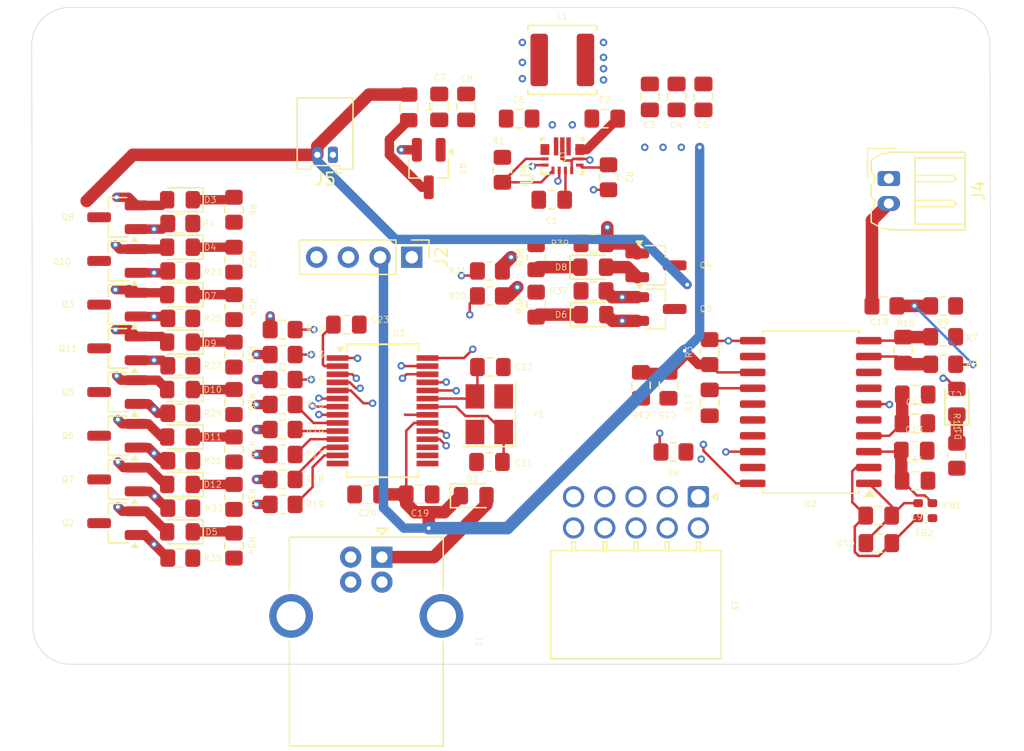
<source format=kicad_pcb>
(kicad_pcb
	(version 20241229)
	(generator "pcbnew")
	(generator_version "9.0")
	(general
		(thickness 1.6)
		(legacy_teardrops no)
	)
	(paper "A4")
	(layers
		(0 "F.Cu" signal)
		(4 "In1.Cu" signal)
		(6 "In2.Cu" signal)
		(2 "B.Cu" signal)
		(9 "F.Adhes" user "F.Adhesive")
		(11 "B.Adhes" user "B.Adhesive")
		(13 "F.Paste" user)
		(15 "B.Paste" user)
		(5 "F.SilkS" user "F.Silkscreen")
		(7 "B.SilkS" user "B.Silkscreen")
		(1 "F.Mask" user)
		(3 "B.Mask" user)
		(17 "Dwgs.User" user "User.Drawings")
		(19 "Cmts.User" user "User.Comments")
		(21 "Eco1.User" user "User.Eco1")
		(23 "Eco2.User" user "User.Eco2")
		(25 "Edge.Cuts" user)
		(27 "Margin" user)
		(31 "F.CrtYd" user "F.Courtyard")
		(29 "B.CrtYd" user "B.Courtyard")
		(35 "F.Fab" user)
		(33 "B.Fab" user)
		(39 "User.1" user)
		(41 "User.2" user)
		(43 "User.3" user)
		(45 "User.4" user)
	)
	(setup
		(stackup
			(layer "F.SilkS"
				(type "Top Silk Screen")
			)
			(layer "F.Paste"
				(type "Top Solder Paste")
			)
			(layer "F.Mask"
				(type "Top Solder Mask")
				(thickness 0.01)
			)
			(layer "F.Cu"
				(type "copper")
				(thickness 0.035)
			)
			(layer "dielectric 1"
				(type "prepreg")
				(thickness 0.1)
				(material "FR4")
				(epsilon_r 4.5)
				(loss_tangent 0.02)
			)
			(layer "In1.Cu"
				(type "copper")
				(thickness 0.035)
			)
			(layer "dielectric 2"
				(type "core")
				(thickness 1.24)
				(material "FR4")
				(epsilon_r 4.5)
				(loss_tangent 0.02)
			)
			(layer "In2.Cu"
				(type "copper")
				(thickness 0.035)
			)
			(layer "dielectric 3"
				(type "prepreg")
				(thickness 0.1)
				(material "FR4")
				(epsilon_r 4.5)
				(loss_tangent 0.02)
			)
			(layer "B.Cu"
				(type "copper")
				(thickness 0.035)
			)
			(layer "B.Mask"
				(type "Bottom Solder Mask")
				(thickness 0.01)
			)
			(layer "B.Paste"
				(type "Bottom Solder Paste")
			)
			(layer "B.SilkS"
				(type "Bottom Silk Screen")
			)
			(copper_finish "None")
			(dielectric_constraints no)
		)
		(pad_to_mask_clearance 0)
		(allow_soldermask_bridges_in_footprints no)
		(tenting front back)
		(pcbplotparams
			(layerselection 0x00000000_00000000_55555555_5755f5ff)
			(plot_on_all_layers_selection 0x00000000_00000000_00000000_00000000)
			(disableapertmacros no)
			(usegerberextensions no)
			(usegerberattributes yes)
			(usegerberadvancedattributes yes)
			(creategerberjobfile yes)
			(dashed_line_dash_ratio 12.000000)
			(dashed_line_gap_ratio 3.000000)
			(svgprecision 4)
			(plotframeref no)
			(mode 1)
			(useauxorigin no)
			(hpglpennumber 1)
			(hpglpenspeed 20)
			(hpglpendiameter 15.000000)
			(pdf_front_fp_property_popups yes)
			(pdf_back_fp_property_popups yes)
			(pdf_metadata yes)
			(pdf_single_document no)
			(dxfpolygonmode yes)
			(dxfimperialunits yes)
			(dxfusepcbnewfont yes)
			(psnegative no)
			(psa4output no)
			(plot_black_and_white yes)
			(sketchpadsonfab no)
			(plotpadnumbers no)
			(hidednponfab no)
			(sketchdnponfab yes)
			(crossoutdnponfab yes)
			(subtractmaskfromsilk no)
			(outputformat 1)
			(mirror no)
			(drillshape 1)
			(scaleselection 1)
			(outputdirectory "")
		)
	)
	(net 0 "")
	(net 1 "GND")
	(net 2 "Net-(U1-VAUX)")
	(net 3 "+5V")
	(net 4 "Net-(Q1-D)")
	(net 5 "Net-(U2-DCDC_OUT)")
	(net 6 "Net-(U2-DCDC_HGND)")
	(net 7 "GNDPWR")
	(net 8 "Net-(U2-HLDO_OUT)")
	(net 9 "Net-(U2-HLDO_IN)")
	(net 10 "Net-(U2-DCDC_CAP)")
	(net 11 "Net-(U2-AIN0N)")
	(net 12 "Net-(U2-AIN0P)")
	(net 13 "Net-(U3-PA0)")
	(net 14 "XTALHF2")
	(net 15 "Net-(U3-PC0)")
	(net 16 "Net-(D1-A)")
	(net 17 "Net-(D1-K)")
	(net 18 "Net-(D2-A)")
	(net 19 "/uC/OUT1")
	(net 20 "/uC/OUT2")
	(net 21 "/uC/OUT8")
	(net 22 "/uC/OUT9")
	(net 23 "/uC/OUT3")
	(net 24 "/uC/OUT10")
	(net 25 "/uC/OUT4")
	(net 26 "/uC/OUT5")
	(net 27 "/uC/OUT6")
	(net 28 "/uC/OUT7")
	(net 29 "Net-(Q1-S)")
	(net 30 "+12V")
	(net 31 "Net-(J1-D+)")
	(net 32 "Net-(J1-D-)")
	(net 33 "Net-(J2-Pin_4)")
	(net 34 "Net-(J2-Pin_1)")
	(net 35 "Net-(U1-L2)")
	(net 36 "Net-(U1-L1)")
	(net 37 "/uC/Gate8")
	(net 38 "/uC/Gate3")
	(net 39 "/uC/Gate10")
	(net 40 "/uC/Gate5")
	(net 41 "/uC/Gate6")
	(net 42 "/uC/Gate7")
	(net 43 "/uC/Gate1")
	(net 44 "/uC/Gate9")
	(net 45 "/uC/Gate2")
	(net 46 "/uC/Gate4")
	(net 47 "Net-(U1-EN)")
	(net 48 "Net-(U1-PG)")
	(net 49 "MISO")
	(net 50 "Net-(R10-Pad1)")
	(net 51 "VBUS")
	(net 52 "Net-(U3-PD0)")
	(net 53 "Net-(U3-PD1)")
	(net 54 "Net-(U3-PD2)")
	(net 55 "Net-(U3-PD3)")
	(net 56 "Net-(U3-PD4)")
	(net 57 "Net-(U3-PD5)")
	(net 58 "Net-(U3-PD6)")
	(net 59 "Net-(U3-VREFA{slash}PD7)")
	(net 60 "Net-(U3-PA2)")
	(net 61 "Net-(U3-PA3)")
	(net 62 "unconnected-(U2-NC-Pad8)")
	(net 63 "CLKOUT")
	(net 64 "MOSI")
	(net 65 "SCK")
	(net 66 "unconnected-(U2-NC-Pad7)")
	(net 67 "unconnected-(U3-XTAL32K1{slash}PF0-Pad16)")
	(net 68 "unconnected-(U3-AVDD-Pad14)")
	(net 69 "unconnected-(U3-XTAL32K2{slash}PF1-Pad17)")
	(net 70 "RESET")
	(net 71 "unconnected-(U2-DRDY-Pad16)")
	(net 72 "Net-(D3-K)")
	(net 73 "Net-(D4-K)")
	(net 74 "Net-(D5-K)")
	(net 75 "Net-(D6-K)")
	(net 76 "Net-(D7-K)")
	(net 77 "Net-(D8-K)")
	(net 78 "Net-(D9-K)")
	(net 79 "Net-(D10-K)")
	(net 80 "Net-(D11-K)")
	(net 81 "Net-(D12-K)")
	(footprint "Resistor_SMD:R_0805_2012Metric_Pad1.20x1.40mm_HandSolder" (layer "F.Cu") (at 154.6 100.7 -90))
	(footprint "Capacitor_SMD:C_0805_2012Metric_Pad1.18x1.45mm_HandSolder" (layer "F.Cu") (at 209.0875 112.2))
	(footprint "Connector_Molex:Molex_Micro-Latch_53254-0270_1x02_P2.00mm_Horizontal" (layer "F.Cu") (at 207.05 90.4 -90))
	(footprint "Capacitor_SMD:C_0805_2012Metric_Pad1.18x1.45mm_HandSolder" (layer "F.Cu") (at 192.7 108.3625 90))
	(footprint "Diode_SMD:D_0805_2012Metric_Pad1.15x1.40mm_HandSolder" (layer "F.Cu") (at 173.8 115.8))
	(footprint "Resistor_SMD:R_0805_2012Metric_Pad1.20x1.40mm_HandSolder" (layer "F.Cu") (at 206.7 100.6 180))
	(footprint "Resistor_SMD:R_0805_2012Metric_Pad1.20x1.40mm_HandSolder" (layer "F.Cu") (at 192.7 104.3 90))
	(footprint "Resistor_SMD:R_0805_2012Metric_Pad1.20x1.40mm_HandSolder" (layer "F.Cu") (at 158.5 108.5))
	(footprint "LED_SMD:LED_0805_2012Metric_Pad1.15x1.40mm_HandSolder" (layer "F.Cu") (at 183.375 97.5))
	(footprint "LED_SMD:LED_0805_2012Metric_Pad1.15x1.40mm_HandSolder" (layer "F.Cu") (at 212.5 108.275 90))
	(footprint "Resistor_SMD:R_0805_2012Metric_Pad1.20x1.40mm_HandSolder" (layer "F.Cu") (at 178.8 100.5 90))
	(footprint "Connector_USB:USB_B_OST_USB-B1HSxx_Horizontal" (layer "F.Cu") (at 166.45 120.7225 -90))
	(footprint "Capacitor_SMD:C_0805_2012Metric_Pad1.18x1.45mm_HandSolder" (layer "F.Cu") (at 208.2 104.1375 -90))
	(footprint "Package_TO_SOT_SMD:SOT-23_Handsoldering" (layer "F.Cu") (at 145.3 97 180))
	(footprint "Capacitor_SMD:C_0805_2012Metric_Pad1.18x1.45mm_HandSolder" (layer "F.Cu") (at 177.4375 85.6))
	(footprint "Inductor_SMD:L_0402_1005Metric_Pad0.77x0.64mm_HandSolder" (layer "F.Cu") (at 209.9725 116.4 180))
	(footprint "Resistor_SMD:R_0805_2012Metric_Pad1.20x1.40mm_HandSolder" (layer "F.Cu") (at 154.6 104.5 -90))
	(footprint "Capacitor_SMD:C_0805_2012Metric_Pad1.18x1.45mm_HandSolder" (layer "F.Cu") (at 206.2375 117.4 180))
	(footprint "Package_TO_SOT_SMD:SOT-23_Handsoldering" (layer "F.Cu") (at 188.4 97.35))
	(footprint "Capacitor_SMD:C_0805_2012Metric_Pad1.18x1.45mm_HandSolder" (layer "F.Cu") (at 165.3 115.7 180))
	(footprint "Fuse:Fuse_0805_2012Metric_Pad1.15x1.40mm_HandSolder" (layer "F.Cu") (at 168.6 84.7 -90))
	(footprint "Connector_Molex:Molex_Nano-Fit_105314-xx10_2x05_P2.50mm_Horizontal" (layer "F.Cu") (at 191.8 115.885 -90))
	(footprint "Resistor_SMD:R_0805_2012Metric_Pad1.20x1.40mm_HandSolder" (layer "F.Cu") (at 150.3 116.8))
	(footprint "Resistor_SMD:R_0805_2012Metric_Pad1.20x1.40mm_HandSolder" (layer "F.Cu") (at 211.4 100.6 180))
	(footprint "Inductor_SMD:L_APV_ANR5045" (layer "F.Cu") (at 180.9 80.9))
	(footprint "Package_TO_SOT_SMD:SOT-23_Handsoldering" (layer "F.Cu") (at 145.3 118 180))
	(footprint "Capacitor_SMD:C_0805_2012Metric_Pad1.18x1.45mm_HandSolder" (layer "F.Cu") (at 190.05 83.8625 90))
	(footprint "Package_TO_SOT_SMD:SOT-23_Handsoldering" (layer "F.Cu") (at 145.3 107.5 180))
	(footprint "LED_SMD:LED_0805_2012Metric_Pad1.15x1.40mm_HandSolder" (layer "F.Cu") (at 150.275 95.9 180))
	(footprint "Resistor_SMD:R_0805_2012Metric_Pad1.20x1.40mm_HandSolder" (layer "F.Cu") (at 158.5 104.5))
	(footprint "Resistor_SMD:R_0805_2012Metric_Pad1.20x1.40mm_HandSolder" (layer "F.Cu") (at 158.5 112.5))
	(footprint "Inductor_SMD:L_0402_1005Metric_Pad0.77x0.64mm_HandSolder" (layer "F.Cu") (at 209.9725 117.6 180))
	(footprint "Package_TO_SOT_SMD:SOT-23_Handsoldering" (layer "F.Cu") (at 145.3 93.5 180))
	(footprint "Package_TO_SOT_SMD:SOT-23_Handsoldering" (layer "F.Cu") (at 170.2 89.6 -90))
	(footprint "Resistor_SMD:R_0805_2012Metric_Pad1.20x1.40mm_HandSolder" (layer "F.Cu") (at 150.3 97.8))
	(footprint "Capacitor_SMD:C_0805_2012Metric_Pad1.18x1.45mm_HandSolder" (layer "F.Cu") (at 175.1375 105.5))
	(footprint "Resistor_SMD:R_0805_2012Metric_Pad1.20x1.40mm_HandSolder" (layer "F.Cu") (at 183.4 99.4 180))
	(footprint "LED_SMD:LED_0805_2012Metric_Pad1.15x1.40mm_HandSolder" (layer "F.Cu") (at 150.275 114.9 180))
	(footprint "LED_SMD:LED_0805_2012Metric_Pad1.15x1.40mm_HandSolder" (layer "F.Cu") (at 150.275 111.1 180))
	(footprint "Package_SO:SOIC-20W_7.5x12.8mm_P1.27mm"
		(layer "F.Cu")
		(uuid "621700e6-2823-405e-80f0-82805db7a447")
		(at 200.8 109.1 180)
		(descr "SOIC, 20 Pin (JEDEC MS-013AC, https://www.analog.com/media/en/package-pcb-resources/package/233848rw_20.pdf), generated with kicad-footprint-generator ipc_gullwing_generator.py")
		(tags "SOIC SO")
		(property "Reference" "U2"
			(at 0 -7.35 0)
			(unlocked yes)
			(layer "F.SilkS")
			(uuid "f6f4b7c8-6eb4-468d-8a8c-0f9e3e5e4a7c")
			(effects
				(font
					(size 0.5 0.5)
					(thickness 0.05)
				)
			)
		)
		(property "Value" "AMC131M01"
			(at 0 7.35 0)
			(layer "F.Fab")
			(uuid "d89740e5-fb62-4696-8ef1-68c7a5fb90f9")
			(effects
				(font
					(size 1 1)
					(thickness 0.15)
				)
			)
		)
		(property "Datasheet" "https://www.ti.com/lit/ds/symlink/amc131m01.pdf?ts=1763554907629"
			(at 0 0 0)
			(layer "F.Fab")
			(hide yes)
			(uuid "eb3d7d53-db06-4144-a55f-dd394407db49")
			(effects
				(font
					(size 1.27 1.27)
					(thickness 0.15)
				)
			)
		)
		(property "Description" ""
			(at 0 0 0)
			(layer "F.Fab")
			(hide yes)
			(uuid "617640ea-521e-42b8-8068-88f3f2fb427b")
			(effects
				(font
					(size 1.27 1.27)
					(thickness 0.15)
				)
			)
		)
		(property ki_fp_filters "DFM0020A-IPC_A DFM0020A-IPC_B DFM0020A-IPC_C DFM0020A-MFG")
		(path "/e22da67a-22c2-48dd-a548-e19c56bdc663/6495b124-e70b-4ba0-8574-d9f3c9e04d6f")
		(sheetname "/Voltage_Sensor/")
		(sheetfile "Voltage_Sensor.kicad_sch")
		(attr smd)
		(fp_line
			(start 3.86 6.51)
			(end 3.86 6.275)
			(stroke
				(width 0.12)
				(type solid)
			)
			(layer "F.SilkS")
			(uuid "47dae22f-5d9b-4f0a-adc4-0c78d89693c8")
		)
		(fp_line
			(start 3.86 -6.51)
			(end 3.86 -6.275)
			(stroke
				(width 0.12)
				(type solid)
			)
			(layer "F.SilkS")
			(uuid "fe93ea4f-e293-4dff-8f0b-5530752d37bb")
		)
		(fp_line
			(start 0 6.51)
			(end 3.86 6.51)
			(stroke
				(width 0.12)
				(type solid)
			)
			(layer "F.SilkS")
			(uuid "f57e49ba-7715-4294-a16d-72aeaa45e32d")
		)
		(fp_line
			(start 0 6.51)
			(end -3.86 6.51)
			(stroke
				(width 0.12)
				(type solid)
			)
			(layer "F.SilkS")
			(uuid "b563f0e9-e1c2-48ef-9f9d-7fb900f77eee")
		)
		(fp_line
			(start 0 -6.51)
			(end 3.86 -6.51)
			(stroke
				(width 0.12)
				(type solid)
			)
			(layer "F.SilkS")
			(uuid "48e72b9a-b402-4548-a5cb-8da796c3d960")
		)
		(fp_line
			(start 0 -6.51)
			(end -3.86 -6.51)
			(stroke
				(width 0.12)
				(type solid)
			)
			(layer "F.SilkS")
			(uuid "034cd716-51cf-4f88-b99e-0c35053ae4a4")
		)
		(fp_line
			(start -3.86 6.51)
			(end -3.86 6.275)
			(stroke
				(width 0.12)
				(type solid)
			)
			(layer "F.SilkS")
			(uuid "00f7d522-b28d-497b-963c-29d43380417f")
		)
		(fp_line
			(start -3.86 -6.51)
			(end -3.86 -6.275)
			(stroke
				(width 0.12)
				(type solid)
			)
			(layer "F.SilkS")
			(uuid "e625ca4d-6de9-4244-a516-809b0dec2388")
		)
		(fp_poly
			(pts
				(xy -4.7125 -6.275) (xy -5.0525 -6.745) (xy -4.3725 -6.745)
			)
			(stroke
				(width 0.12)
				(type solid)
			)
			(fill yes)
			(layer "F.SilkS")
			(uuid "21732d01-8b2c-4062-b9f6-909ee31d8af9")
		)
		(fp_rect
			(start -5.93 -6.65)
			(end 5.93 6.65)
			(stroke
				(width 0.05)
				(type solid)
			)
			(fill no)
			(layer "F.CrtYd")
			(uuid "7f527f58-f399-4e7c-ba47-ce37248199d5")
		)
		(fp_line
			(start 3.75 6.4)
			(end -3.75 6.4)
			(stroke
				(width 0.1)
				(type solid)
			)
			(layer "F.Fab")
			(uuid "4d32111f-6e22-4752-9270-4ee60fb941d1")
		)
		(fp_line
			(start 3.75 -6.4)
			(end 3.75 6.4)
			(stroke
				(width 0.1)
				(type solid)
			)
			(layer "F.Fab")
			(uuid "47629bf4-70d9-48c1-894b-5edbab222e91")
		)
		(fp_line
			(start -2.75 -6.4)
			(end 3.75 -6.4)
			(stroke
				(width 0.1)
				(type solid)
			
... [379121 chars truncated]
</source>
